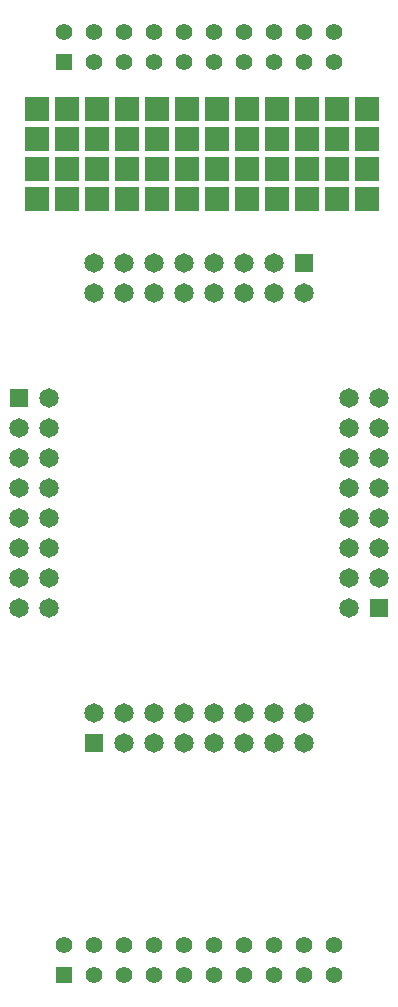
<source format=gbr>
%TF.GenerationSoftware,Altium Limited,Altium Designer,23.4.1 (23)*%
G04 Layer_Color=255*
%FSLAX45Y45*%
%MOMM*%
%TF.SameCoordinates,FC7CEE8C-9C91-443A-B6C4-03D5C87B0654*%
%TF.FilePolarity,Positive*%
%TF.FileFunction,Pads,Bot*%
%TF.Part,Single*%
G01*
G75*
%TA.AperFunction,ComponentPad*%
%ADD16C,1.65000*%
%ADD17R,1.65000X1.65000*%
%ADD18R,1.65000X1.65000*%
%TA.AperFunction,ViaPad*%
%ADD19R,2.00000X2.00000*%
%TA.AperFunction,ComponentPad*%
%ADD20R,1.39000X1.39000*%
%ADD21C,1.39000*%
D16*
X2539000Y2721000D02*
D03*
Y2467000D02*
D03*
X2285000Y2721000D02*
D03*
Y2467000D02*
D03*
X2031000Y2721000D02*
D03*
Y2467000D02*
D03*
X1777000Y2721000D02*
D03*
Y2467000D02*
D03*
X1523000Y2721000D02*
D03*
Y2467000D02*
D03*
X1269000Y2721000D02*
D03*
Y2467000D02*
D03*
X1015000Y2721000D02*
D03*
Y2467000D02*
D03*
X761000Y2721000D02*
D03*
X2919000Y5389000D02*
D03*
X3173000D02*
D03*
X2919000Y5135000D02*
D03*
X3173000D02*
D03*
X2919000Y4881000D02*
D03*
X3173000D02*
D03*
X2919000Y4627000D02*
D03*
X3173000D02*
D03*
X2919000Y4373000D02*
D03*
X3173000D02*
D03*
X2919000Y4119000D02*
D03*
X3173000D02*
D03*
X2919000Y3865000D02*
D03*
X3173000D02*
D03*
X2919000Y3611000D02*
D03*
X381000D02*
D03*
X127000D02*
D03*
X381000Y3865000D02*
D03*
X127000D02*
D03*
X381000Y4119000D02*
D03*
X127000D02*
D03*
X381000Y4373000D02*
D03*
X127000D02*
D03*
X381000Y4627000D02*
D03*
X127000D02*
D03*
X381000Y4881000D02*
D03*
X127000D02*
D03*
X381000Y5135000D02*
D03*
X127000D02*
D03*
X381000Y5389000D02*
D03*
X761000Y6278000D02*
D03*
Y6532000D02*
D03*
X1015000Y6278000D02*
D03*
Y6532000D02*
D03*
X1269000Y6278000D02*
D03*
Y6532000D02*
D03*
X1523000Y6278000D02*
D03*
Y6532000D02*
D03*
X1777000Y6278000D02*
D03*
Y6532000D02*
D03*
X2031000Y6278000D02*
D03*
Y6532000D02*
D03*
X2285000Y6278000D02*
D03*
Y6532000D02*
D03*
X2539000Y6278000D02*
D03*
D17*
X761000Y2467000D02*
D03*
X2539000Y6532000D02*
D03*
D18*
X3173000Y3611000D02*
D03*
X127000Y5389000D02*
D03*
D19*
X279400Y7835900D02*
D03*
Y7581900D02*
D03*
X533400D02*
D03*
Y7835900D02*
D03*
X1041400D02*
D03*
Y7581900D02*
D03*
X787400D02*
D03*
Y7835900D02*
D03*
X1803400D02*
D03*
Y7581900D02*
D03*
X2057400D02*
D03*
Y7835900D02*
D03*
X1549400D02*
D03*
Y7581900D02*
D03*
X1295400D02*
D03*
Y7835900D02*
D03*
X2819400D02*
D03*
Y7581900D02*
D03*
X3073400D02*
D03*
Y7835900D02*
D03*
X2565400D02*
D03*
Y7581900D02*
D03*
X2311400D02*
D03*
Y7835900D02*
D03*
X2565400Y7327900D02*
D03*
Y7073900D02*
D03*
X2311400D02*
D03*
Y7327900D02*
D03*
X2819400D02*
D03*
Y7073900D02*
D03*
X3073400D02*
D03*
Y7327900D02*
D03*
X279400Y7073900D02*
D03*
X1549400Y7327900D02*
D03*
Y7073900D02*
D03*
X1803400Y7327900D02*
D03*
Y7073900D02*
D03*
X2057400D02*
D03*
Y7327900D02*
D03*
X1295400D02*
D03*
X787400Y7073900D02*
D03*
X533400D02*
D03*
X787400Y7327900D02*
D03*
X533400D02*
D03*
X1041400D02*
D03*
X279400D02*
D03*
X1295400Y7073900D02*
D03*
X1041400D02*
D03*
D20*
X508000Y8238000D02*
D03*
Y508000D02*
D03*
D21*
Y8492000D02*
D03*
X762000Y8238000D02*
D03*
Y8492000D02*
D03*
X1016000Y8238000D02*
D03*
Y8492000D02*
D03*
X1270000Y8238000D02*
D03*
Y8492000D02*
D03*
X1524000Y8238000D02*
D03*
Y8492000D02*
D03*
X1778000Y8238000D02*
D03*
Y8492000D02*
D03*
X2032000Y8238000D02*
D03*
Y8492000D02*
D03*
X2286000Y8238000D02*
D03*
Y8492000D02*
D03*
X2540000Y8238000D02*
D03*
Y8492000D02*
D03*
X2794000Y8238000D02*
D03*
Y8492000D02*
D03*
X508000Y762000D02*
D03*
X762000Y508000D02*
D03*
Y762000D02*
D03*
X1016000Y508000D02*
D03*
Y762000D02*
D03*
X1270000Y508000D02*
D03*
Y762000D02*
D03*
X1524000Y508000D02*
D03*
Y762000D02*
D03*
X1778000Y508000D02*
D03*
Y762000D02*
D03*
X2032000Y508000D02*
D03*
Y762000D02*
D03*
X2286000Y508000D02*
D03*
Y762000D02*
D03*
X2540000Y508000D02*
D03*
Y762000D02*
D03*
X2794000Y508000D02*
D03*
Y762000D02*
D03*
%TF.MD5,5aec4ad23837cd2f2b72983cf3f81661*%
M02*

</source>
